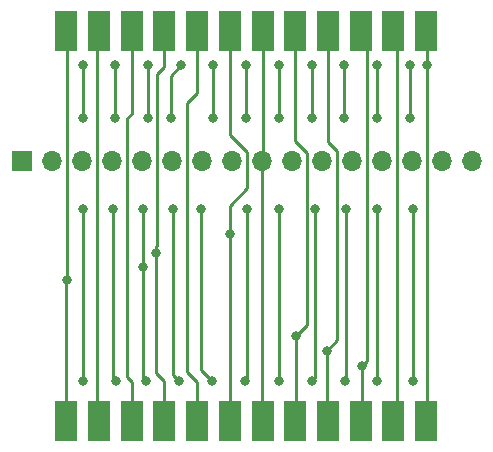
<source format=gbr>
%TF.GenerationSoftware,KiCad,Pcbnew,(5.1.12)-1*%
%TF.CreationDate,2023-06-15T15:32:22+02:00*%
%TF.ProjectId,cs1,6373312e-6b69-4636-9164-5f7063625858,rev?*%
%TF.SameCoordinates,Original*%
%TF.FileFunction,Copper,L1,Top*%
%TF.FilePolarity,Positive*%
%FSLAX46Y46*%
G04 Gerber Fmt 4.6, Leading zero omitted, Abs format (unit mm)*
G04 Created by KiCad (PCBNEW (5.1.12)-1) date 2023-06-15 15:32:22*
%MOMM*%
%LPD*%
G01*
G04 APERTURE LIST*
%TA.AperFunction,ComponentPad*%
%ADD10R,1.700000X1.700000*%
%TD*%
%TA.AperFunction,ComponentPad*%
%ADD11O,1.700000X1.700000*%
%TD*%
%TA.AperFunction,SMDPad,CuDef*%
%ADD12R,1.846667X3.480000*%
%TD*%
%TA.AperFunction,ViaPad*%
%ADD13C,0.800000*%
%TD*%
%TA.AperFunction,Conductor*%
%ADD14C,0.250000*%
%TD*%
G04 APERTURE END LIST*
D10*
%TO.P,J3,1*%
%TO.N,RDY*%
X188500000Y-73500000D03*
D11*
%TO.P,J3,2*%
%TO.N,SIDEB*%
X191040000Y-73500000D03*
%TO.P,J3,3*%
%TO.N,TK0*%
X193580000Y-73500000D03*
%TO.P,J3,4*%
%TO.N,GND*%
X196120000Y-73500000D03*
%TO.P,J3,5*%
X198660000Y-73500000D03*
%TO.P,J3,6*%
X201200000Y-73500000D03*
%TO.P,J3,7*%
%TO.N,STEPB*%
X203740000Y-73500000D03*
%TO.P,J3,8*%
%TO.N,DIRB*%
X206280000Y-73500000D03*
%TO.P,J3,9*%
%TO.N,GND*%
X208820000Y-73500000D03*
%TO.P,J3,10*%
X211360000Y-73500000D03*
%TO.P,J3,11*%
%TO.N,SEL2B*%
X213900000Y-73500000D03*
%TO.P,J3,12*%
%TO.N,SEL1B*%
X216440000Y-73500000D03*
%TO.P,J3,13*%
%TO.N,Net-(J3-Pad13)*%
X218980000Y-73500000D03*
%TO.P,J3,14*%
%TO.N,Net-(J3-Pad14)*%
X221520000Y-73500000D03*
%TO.P,J3,15*%
%TO.N,5V*%
X224060000Y-73500000D03*
%TO.P,J3,16*%
%TO.N,Net-(J3-Pad16)*%
X226600000Y-73500000D03*
%TD*%
D12*
%TO.P,J1,12*%
%TO.N,5V*%
X192265000Y-62500000D03*
%TO.P,J1,11*%
%TO.N,CHNG*%
X195035000Y-62500000D03*
%TO.P,J1,10*%
%TO.N,DRESB*%
X197805000Y-62500000D03*
%TO.P,J1,9*%
%TO.N,SEL2B*%
X200575000Y-62500000D03*
%TO.P,J1,8*%
%TO.N,MTRXD*%
X203345000Y-62500000D03*
%TO.P,J1,7*%
%TO.N,GND*%
X206115000Y-62500000D03*
%TO.P,J1,6*%
X208885000Y-62500000D03*
%TO.P,J1,5*%
X211655000Y-62500000D03*
%TO.P,J1,4*%
X214425000Y-62500000D03*
%TO.P,J1,3*%
X217195000Y-62500000D03*
%TO.P,J1,2*%
%TO.N,DKRD*%
X219965000Y-62500000D03*
%TO.P,J1,1*%
%TO.N,RDY*%
X222735000Y-62500000D03*
%TD*%
%TO.P,J2,1*%
%TO.N,RDY*%
X222735000Y-95500000D03*
%TO.P,J2,2*%
%TO.N,DKRD*%
X219965000Y-95500000D03*
%TO.P,J2,3*%
%TO.N,GND*%
X217195000Y-95500000D03*
%TO.P,J2,4*%
X214425000Y-95500000D03*
%TO.P,J2,5*%
X211655000Y-95500000D03*
%TO.P,J2,6*%
X208885000Y-95500000D03*
%TO.P,J2,7*%
X206115000Y-95500000D03*
%TO.P,J2,8*%
%TO.N,MTRXD*%
X203345000Y-95500000D03*
%TO.P,J2,9*%
%TO.N,SEL2B*%
X200575000Y-95500000D03*
%TO.P,J2,10*%
%TO.N,DRESB*%
X197805000Y-95500000D03*
%TO.P,J2,11*%
%TO.N,CHNG*%
X195035000Y-95500000D03*
%TO.P,J2,12*%
%TO.N,5V*%
X192265000Y-95500000D03*
%TD*%
D13*
%TO.N,RDY*%
X222800010Y-65400000D03*
%TO.N,GND*%
X217300002Y-90900000D03*
X214300000Y-89600000D03*
X211700000Y-88300000D03*
X206100000Y-79700000D03*
%TO.N,SEL2B*%
X199900000Y-81300000D03*
%TO.N,5V*%
X192310000Y-83590000D03*
%TO.N,SIDEB*%
X221400000Y-65400000D03*
X221600000Y-77600000D03*
X221600000Y-92100000D03*
X221400000Y-69899996D03*
%TO.N,WPRO*%
X218600000Y-65400000D03*
X218600000Y-77600000D03*
X218600000Y-92100000D03*
X218600000Y-69900000D03*
%TO.N,TK0*%
X215800000Y-65400000D03*
X215800000Y-69900000D03*
X215925010Y-77600000D03*
X215900000Y-92100000D03*
%TO.N,DKWEB*%
X213100000Y-65400002D03*
X213100000Y-69899996D03*
X213355010Y-77599990D03*
X213100000Y-92100000D03*
%TO.N,DKWDB*%
X210300000Y-65400000D03*
X210300000Y-69899998D03*
X210300000Y-77600002D03*
X210300000Y-92100000D03*
%TO.N,STEPB*%
X207500000Y-65400000D03*
X207500000Y-69900000D03*
X207600000Y-77599996D03*
X207400000Y-92100000D03*
%TO.N,DIRB*%
X204700000Y-65400000D03*
X204700000Y-69900000D03*
X203700000Y-77600000D03*
X204600000Y-92100000D03*
%TO.N,SEL3B*%
X202000000Y-65400000D03*
X201100000Y-69900000D03*
X201300000Y-77599990D03*
X201800001Y-92099999D03*
%TO.N,SEL1B*%
X199200000Y-65400000D03*
X198800000Y-82500000D03*
X199200010Y-69900000D03*
X198800000Y-77599996D03*
X199050001Y-92150001D03*
%TO.N,INDEX*%
X196400000Y-65400000D03*
X196400000Y-69900008D03*
X196200000Y-77600000D03*
X196500000Y-92100000D03*
%TO.N,12V*%
X193700000Y-65400000D03*
X193700000Y-69900000D03*
X193700000Y-77600008D03*
X193700000Y-92100004D03*
%TD*%
D14*
%TO.N,RDY*%
X222800000Y-65399990D02*
X222800010Y-65400000D01*
X222800000Y-62565000D02*
X222800000Y-65399990D01*
X222735000Y-62500000D02*
X222800000Y-62565000D01*
X222800000Y-95435000D02*
X222800000Y-65400010D01*
X222800000Y-65400010D02*
X222800010Y-65400000D01*
X222735000Y-95500000D02*
X222800000Y-95435000D01*
%TO.N,DKRD*%
X220250000Y-95215000D02*
X219965000Y-95500000D01*
X220250000Y-62785000D02*
X220250000Y-95215000D01*
X219965000Y-62500000D02*
X220250000Y-62785000D01*
%TO.N,GND*%
X217600000Y-95095000D02*
X217195000Y-95500000D01*
X217300002Y-95394998D02*
X217195000Y-95500000D01*
X217300002Y-90900000D02*
X217300002Y-95394998D01*
X214300000Y-95375000D02*
X214425000Y-95500000D01*
X214300000Y-89600000D02*
X214300000Y-95375000D01*
X211700000Y-95455000D02*
X211655000Y-95500000D01*
X211700000Y-88300000D02*
X211700000Y-95455000D01*
X208820000Y-95435000D02*
X208885000Y-95500000D01*
X208820000Y-73500000D02*
X208820000Y-95435000D01*
X206100000Y-95485000D02*
X206115000Y-95500000D01*
X206100000Y-79700000D02*
X206100000Y-95485000D01*
X208885000Y-62500000D02*
X208885000Y-73435000D01*
X208885000Y-73435000D02*
X208820000Y-73500000D01*
X215200000Y-88700000D02*
X214300000Y-89600000D01*
X215200000Y-72700000D02*
X215200000Y-88700000D01*
X214425000Y-71925000D02*
X215200000Y-72700000D01*
X214425000Y-62500000D02*
X214425000Y-71925000D01*
X217710000Y-90490002D02*
X217300002Y-90900000D01*
X217710000Y-63015000D02*
X217710000Y-90490002D01*
X217195000Y-62500000D02*
X217710000Y-63015000D01*
X212630000Y-72830000D02*
X212630000Y-87370000D01*
X212630000Y-87370000D02*
X211700000Y-88300000D01*
X211655000Y-71855000D02*
X212630000Y-72830000D01*
X211655000Y-62500000D02*
X211655000Y-71855000D01*
X206100000Y-77300000D02*
X206100000Y-79700000D01*
X207560000Y-75840000D02*
X206100000Y-77300000D01*
X207560000Y-72760000D02*
X207560000Y-75840000D01*
X206115000Y-71315000D02*
X207560000Y-72760000D01*
X206115000Y-62500000D02*
X206115000Y-71315000D01*
%TO.N,MTRXD*%
X203345000Y-92245000D02*
X203345000Y-95500000D01*
X202480000Y-91380000D02*
X203345000Y-92245000D01*
X202480000Y-68620000D02*
X202480000Y-91380000D01*
X203345000Y-67755000D02*
X202480000Y-68620000D01*
X203345000Y-62500000D02*
X203345000Y-67755000D01*
%TO.N,SEL2B*%
X200575000Y-92175000D02*
X200575000Y-95500000D01*
X199900000Y-91500000D02*
X200575000Y-92175000D01*
X199900000Y-81300000D02*
X199900000Y-91500000D01*
X199900000Y-80734315D02*
X199900000Y-81300000D01*
X199925010Y-80709305D02*
X199900000Y-80734315D01*
X199925010Y-66174990D02*
X199925010Y-80709305D01*
X200575000Y-65525000D02*
X199925010Y-66174990D01*
X200575000Y-62500000D02*
X200575000Y-65525000D01*
%TO.N,DRESB*%
X197805000Y-92205000D02*
X197805000Y-95500000D01*
X197400000Y-91800000D02*
X197805000Y-92205000D01*
X197400000Y-69900000D02*
X197400000Y-91800000D01*
X197805000Y-69495000D02*
X197400000Y-69900000D01*
X197805000Y-62500000D02*
X197805000Y-69495000D01*
%TO.N,CHNG*%
X194850000Y-95315000D02*
X195035000Y-95500000D01*
X194850000Y-62685000D02*
X194850000Y-95315000D01*
X195035000Y-62500000D02*
X194850000Y-62685000D01*
%TO.N,5V*%
X192265000Y-95500000D02*
X192265000Y-83635000D01*
X192265000Y-83635000D02*
X192310000Y-83590000D01*
X192300000Y-83580000D02*
X192310000Y-83590000D01*
X192300000Y-62535000D02*
X192300000Y-83580000D01*
X192265000Y-62500000D02*
X192300000Y-62535000D01*
%TO.N,SIDEB*%
X221600000Y-77600000D02*
X221600000Y-92100000D01*
X221400000Y-69800000D02*
X221400000Y-69899996D01*
X221400000Y-65400000D02*
X221400000Y-69800000D01*
%TO.N,WPRO*%
X218600000Y-77600000D02*
X218600000Y-92100000D01*
X218600000Y-69800000D02*
X218600000Y-69900000D01*
X218600000Y-65400000D02*
X218600000Y-69800000D01*
%TO.N,TK0*%
X215800000Y-65400000D02*
X215800000Y-69900000D01*
X215925010Y-77600000D02*
X215925010Y-92074990D01*
X215925010Y-92074990D02*
X215900000Y-92100000D01*
%TO.N,DKWEB*%
X213100000Y-65400002D02*
X213100000Y-69899996D01*
X213355010Y-91844990D02*
X213100000Y-92100000D01*
X213355010Y-77599990D02*
X213355010Y-91844990D01*
%TO.N,DKWDB*%
X210300000Y-65400000D02*
X210300000Y-69899998D01*
X210300000Y-77600002D02*
X210300000Y-92100000D01*
%TO.N,STEPB*%
X207500000Y-65400000D02*
X207500000Y-69900000D01*
X207600000Y-77599996D02*
X207600000Y-91900000D01*
X207600000Y-91900000D02*
X207400000Y-92100000D01*
%TO.N,DIRB*%
X204700000Y-65400000D02*
X204700000Y-69900000D01*
X203700000Y-77600000D02*
X203700000Y-91200000D01*
X203700000Y-91200000D02*
X204600000Y-92100000D01*
%TO.N,SEL3B*%
X201100000Y-66300000D02*
X201100000Y-69900000D01*
X202000000Y-65400000D02*
X201100000Y-66300000D01*
X201300000Y-91599998D02*
X201800001Y-92099999D01*
X201300000Y-77599990D02*
X201300000Y-91599998D01*
%TO.N,SEL1B*%
X199200000Y-65400000D02*
X199200000Y-69899990D01*
X199200000Y-69899990D02*
X199200010Y-69900000D01*
X198800000Y-82500000D02*
X198800000Y-77599996D01*
X198800000Y-82500000D02*
X198800000Y-91900000D01*
X198800000Y-91900000D02*
X199050001Y-92150001D01*
%TO.N,INDEX*%
X196400000Y-65400000D02*
X196400000Y-70100000D01*
X196400000Y-70100000D02*
X196400000Y-69900008D01*
X196200000Y-91800000D02*
X196500000Y-92100000D01*
X196200000Y-77600000D02*
X196200000Y-91800000D01*
%TO.N,12V*%
X193700000Y-65400000D02*
X193700000Y-69900000D01*
X193700000Y-77600008D02*
X193700000Y-92100004D01*
%TD*%
M02*

</source>
